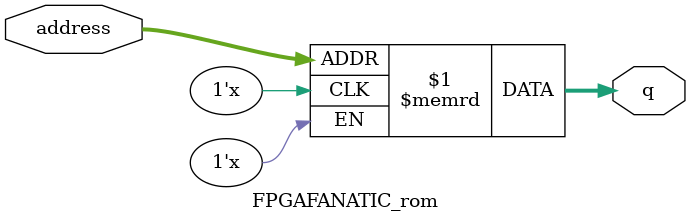
<source format=sv>
module FPGAFANATIC_rom (
	input logic [12:0] address,
	output logic [3:0] q
);

logic [3:0] memory [0:4624] /* synthesis ram_init_file = "./FPGAFANATIC/FPGAFANATIC.mif" */;


	assign q = memory[address];


endmodule

</source>
